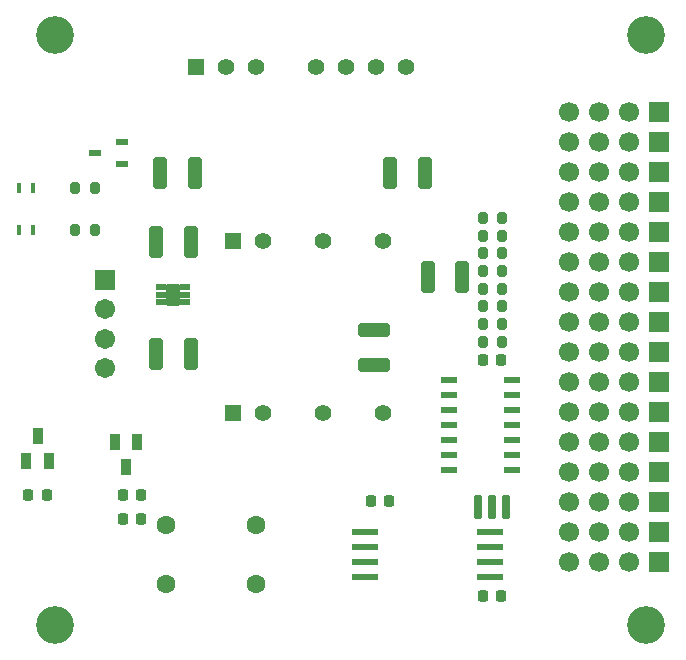
<source format=gts>
%TF.GenerationSoftware,KiCad,Pcbnew,9.0.4*%
%TF.CreationDate,2025-11-06T05:11:40+09:00*%
%TF.ProjectId,CAN_Isolation_mini,43414e5f-4973-46f6-9c61-74696f6e5f6d,Ver.1.1*%
%TF.SameCoordinates,Original*%
%TF.FileFunction,Soldermask,Top*%
%TF.FilePolarity,Negative*%
%FSLAX46Y46*%
G04 Gerber Fmt 4.6, Leading zero omitted, Abs format (unit mm)*
G04 Created by KiCad (PCBNEW 9.0.4) date 2025-11-06 05:11:40*
%MOMM*%
%LPD*%
G01*
G04 APERTURE LIST*
G04 Aperture macros list*
%AMRoundRect*
0 Rectangle with rounded corners*
0 $1 Rounding radius*
0 $2 $3 $4 $5 $6 $7 $8 $9 X,Y pos of 4 corners*
0 Add a 4 corners polygon primitive as box body*
4,1,4,$2,$3,$4,$5,$6,$7,$8,$9,$2,$3,0*
0 Add four circle primitives for the rounded corners*
1,1,$1+$1,$2,$3*
1,1,$1+$1,$4,$5*
1,1,$1+$1,$6,$7*
1,1,$1+$1,$8,$9*
0 Add four rect primitives between the rounded corners*
20,1,$1+$1,$2,$3,$4,$5,0*
20,1,$1+$1,$4,$5,$6,$7,0*
20,1,$1+$1,$6,$7,$8,$9,0*
20,1,$1+$1,$8,$9,$2,$3,0*%
G04 Aperture macros list end*
%ADD10RoundRect,0.225000X-0.225000X-0.250000X0.225000X-0.250000X0.225000X0.250000X-0.225000X0.250000X0*%
%ADD11RoundRect,0.200000X-0.200000X-0.275000X0.200000X-0.275000X0.200000X0.275000X-0.200000X0.275000X0*%
%ADD12C,3.200000*%
%ADD13R,2.253927X0.622132*%
%ADD14R,1.700000X1.700000*%
%ADD15C,1.700000*%
%ADD16RoundRect,0.102000X-0.754000X0.754000X-0.754000X-0.754000X0.754000X-0.754000X0.754000X0.754000X0*%
%ADD17C,1.712000*%
%ADD18RoundRect,0.102000X0.345000X0.160000X-0.345000X0.160000X-0.345000X-0.160000X0.345000X-0.160000X0*%
%ADD19RoundRect,0.102000X0.500000X0.800000X-0.500000X0.800000X-0.500000X-0.800000X0.500000X-0.800000X0*%
%ADD20RoundRect,0.250000X-0.325000X-1.100000X0.325000X-1.100000X0.325000X1.100000X-0.325000X1.100000X0*%
%ADD21C,1.600000*%
%ADD22R,1.016000X0.558800*%
%ADD23RoundRect,0.100500X0.301500X-0.616500X0.301500X0.616500X-0.301500X0.616500X-0.301500X-0.616500X0*%
%ADD24R,0.393700X0.812800*%
%ADD25R,1.397000X1.397000*%
%ADD26C,1.397000*%
%ADD27R,1.397000X0.558800*%
%ADD28RoundRect,0.225000X0.225000X0.250000X-0.225000X0.250000X-0.225000X-0.250000X0.225000X-0.250000X0*%
%ADD29RoundRect,0.250000X0.325000X1.100000X-0.325000X1.100000X-0.325000X-1.100000X0.325000X-1.100000X0*%
%ADD30RoundRect,0.102000X0.200000X0.950000X-0.200000X0.950000X-0.200000X-0.950000X0.200000X-0.950000X0*%
%ADD31RoundRect,0.250000X-1.100000X0.325000X-1.100000X-0.325000X1.100000X-0.325000X1.100000X0.325000X0*%
%ADD32RoundRect,0.100500X-0.301500X0.616500X-0.301500X-0.616500X0.301500X-0.616500X0.301500X0.616500X0*%
G04 APERTURE END LIST*
D10*
%TO.C,C7*%
X129882095Y-100294905D03*
X131432095Y-100294905D03*
%TD*%
D11*
%TO.C,R9*%
X95332095Y-89294905D03*
X96982095Y-89294905D03*
%TD*%
D12*
%TO.C,REF\u002A\u002A*%
X143657095Y-72794905D03*
%TD*%
D13*
%TO.C,U2*%
X130457618Y-118699905D03*
X130457618Y-117429905D03*
X130457618Y-116159905D03*
X130457618Y-114889905D03*
X119856572Y-114889905D03*
X119856572Y-116159905D03*
X119856572Y-117429905D03*
X119856572Y-118699905D03*
%TD*%
D14*
%TO.C,J6*%
X144810000Y-89500000D03*
D15*
X142270000Y-89500000D03*
X139730000Y-89500000D03*
X137190000Y-89500000D03*
%TD*%
D12*
%TO.C,REF\u002A\u002A*%
X93657095Y-122794905D03*
%TD*%
D14*
%TO.C,J3*%
X144810000Y-81880000D03*
D15*
X142270000Y-81880000D03*
X139730000Y-81880000D03*
X137190000Y-81880000D03*
%TD*%
D16*
%TO.C,J1*%
X97857095Y-93544905D03*
D17*
X97857095Y-96044905D03*
X97857095Y-98544905D03*
X97857095Y-101044905D03*
%TD*%
D10*
%TO.C,C10*%
X91382095Y-111794905D03*
X92932095Y-111794905D03*
%TD*%
D14*
%TO.C,J8*%
X144810000Y-94580000D03*
D15*
X142270000Y-94580000D03*
X139730000Y-94580000D03*
X137190000Y-94580000D03*
%TD*%
D14*
%TO.C,J11*%
X144810000Y-102200000D03*
D15*
X142270000Y-102200000D03*
X139730000Y-102200000D03*
X137190000Y-102200000D03*
%TD*%
D14*
%TO.C,J17*%
X144810000Y-117440000D03*
D15*
X142270000Y-117440000D03*
X139730000Y-117440000D03*
X137190000Y-117440000D03*
%TD*%
D18*
%TO.C,U5*%
X104677095Y-95444905D03*
X104677095Y-94794905D03*
X104677095Y-94144905D03*
X102637095Y-94144905D03*
X102637095Y-94794905D03*
X102637095Y-95444905D03*
D19*
X103657095Y-94794905D03*
%TD*%
D14*
%TO.C,J15*%
X144810000Y-112360000D03*
D15*
X142270000Y-112360000D03*
X139730000Y-112360000D03*
X137190000Y-112360000D03*
%TD*%
D14*
%TO.C,J13*%
X144810000Y-107280000D03*
D15*
X142270000Y-107280000D03*
X139730000Y-107280000D03*
X137190000Y-107280000D03*
%TD*%
D20*
%TO.C,C2*%
X102182095Y-99794905D03*
X105132095Y-99794905D03*
%TD*%
D21*
%TO.C,R12*%
X103037095Y-114294905D03*
X110657095Y-114294905D03*
%TD*%
D10*
%TO.C,C5*%
X129882095Y-120294905D03*
X131432095Y-120294905D03*
%TD*%
D22*
%TO.C,U6*%
X99300095Y-83744906D03*
X99300095Y-81844904D03*
X97014095Y-82794905D03*
%TD*%
D14*
%TO.C,J16*%
X144810000Y-114900000D03*
D15*
X142270000Y-114900000D03*
X139730000Y-114900000D03*
X137190000Y-114900000D03*
%TD*%
D14*
%TO.C,J7*%
X144810000Y-92040000D03*
D15*
X142270000Y-92040000D03*
X139730000Y-92040000D03*
X137190000Y-92040000D03*
%TD*%
D10*
%TO.C,C11*%
X99382095Y-111794905D03*
X100932095Y-111794905D03*
%TD*%
D23*
%TO.C,D1*%
X91207095Y-108854905D03*
X93107095Y-108854905D03*
X92157095Y-106734905D03*
%TD*%
D24*
%TO.C,LED2*%
X91760345Y-85794905D03*
X90553845Y-85794905D03*
%TD*%
D14*
%TO.C,J10*%
X144810000Y-99660000D03*
D15*
X142270000Y-99660000D03*
X139730000Y-99660000D03*
X137190000Y-99660000D03*
%TD*%
D12*
%TO.C,REF\u002A\u002A*%
X143657095Y-122794905D03*
%TD*%
D20*
%TO.C,C8*%
X102525000Y-84500000D03*
X105475000Y-84500000D03*
%TD*%
D25*
%TO.C,U3*%
X108680095Y-90270905D03*
D26*
X111220095Y-90270905D03*
X116300095Y-90270905D03*
X121380095Y-90270905D03*
%TD*%
D25*
%TO.C,U4*%
X108680095Y-104770905D03*
D26*
X111220095Y-104770905D03*
X116300095Y-104770905D03*
X121380095Y-104770905D03*
%TD*%
D14*
%TO.C,J9*%
X144810000Y-97120000D03*
D15*
X142270000Y-97120000D03*
X139730000Y-97120000D03*
X137190000Y-97120000D03*
%TD*%
D11*
%TO.C,R5*%
X129832095Y-92794905D03*
X131482095Y-92794905D03*
%TD*%
%TO.C,R3*%
X129832095Y-95794905D03*
X131482095Y-95794905D03*
%TD*%
D27*
%TO.C,U1*%
X127002795Y-101984905D03*
X127002795Y-103254905D03*
X127002795Y-104524905D03*
X127002795Y-105794905D03*
X127002795Y-107064905D03*
X127002795Y-108334905D03*
X127002795Y-109604905D03*
X132311395Y-109604905D03*
X132311395Y-108334905D03*
X132311395Y-107064905D03*
X132311395Y-105794905D03*
X132311395Y-104524905D03*
X132311395Y-103254905D03*
X132311395Y-101984905D03*
%TD*%
D24*
%TO.C,LED1*%
X91760345Y-89294905D03*
X90553845Y-89294905D03*
%TD*%
D25*
%TO.C,U7*%
X105610000Y-75500000D03*
D26*
X108150000Y-75500000D03*
X110690000Y-75500000D03*
X115770000Y-75500000D03*
X118310000Y-75500000D03*
X120850000Y-75500000D03*
X123390000Y-75500000D03*
%TD*%
D11*
%TO.C,R2*%
X129832095Y-97294905D03*
X131482095Y-97294905D03*
%TD*%
D20*
%TO.C,C1*%
X102182095Y-90294905D03*
X105132095Y-90294905D03*
%TD*%
D28*
%TO.C,C6*%
X121932095Y-112294905D03*
X120382095Y-112294905D03*
%TD*%
%TO.C,C12*%
X100932095Y-113794905D03*
X99382095Y-113794905D03*
%TD*%
D21*
%TO.C,R11*%
X110657095Y-119294905D03*
X103037095Y-119294905D03*
%TD*%
D29*
%TO.C,C3*%
X128132095Y-93294905D03*
X125182095Y-93294905D03*
%TD*%
D12*
%TO.C,REF\u002A\u002A*%
X93657095Y-72794905D03*
%TD*%
D14*
%TO.C,J2*%
X144810000Y-79340000D03*
D15*
X142270000Y-79340000D03*
X139730000Y-79340000D03*
X137190000Y-79340000D03*
%TD*%
D14*
%TO.C,J5*%
X144810000Y-86960000D03*
D15*
X142270000Y-86960000D03*
X139730000Y-86960000D03*
X137190000Y-86960000D03*
%TD*%
D30*
%TO.C,Y1*%
X131857095Y-112794905D03*
X130657095Y-112794905D03*
X129457095Y-112794905D03*
%TD*%
D31*
%TO.C,C4*%
X120657095Y-97819905D03*
X120657095Y-100769905D03*
%TD*%
D29*
%TO.C,C9*%
X124975000Y-84500000D03*
X122025000Y-84500000D03*
%TD*%
D32*
%TO.C,D2*%
X100607095Y-107234905D03*
X98707095Y-107234905D03*
X99657095Y-109354905D03*
%TD*%
D14*
%TO.C,J14*%
X144810000Y-109820000D03*
D15*
X142270000Y-109820000D03*
X139730000Y-109820000D03*
X137190000Y-109820000D03*
%TD*%
D14*
%TO.C,J4*%
X144810000Y-84420000D03*
D15*
X142270000Y-84420000D03*
X139730000Y-84420000D03*
X137190000Y-84420000D03*
%TD*%
D14*
%TO.C,J12*%
X144810000Y-104740000D03*
D15*
X142270000Y-104740000D03*
X139730000Y-104740000D03*
X137190000Y-104740000D03*
%TD*%
D11*
%TO.C,R10*%
X95332095Y-85794905D03*
X96982095Y-85794905D03*
%TD*%
%TO.C,R6*%
X129832095Y-91294905D03*
X131482095Y-91294905D03*
%TD*%
%TO.C,R1*%
X129832095Y-98794905D03*
X131482095Y-98794905D03*
%TD*%
%TO.C,R7*%
X129832095Y-88294905D03*
X131482095Y-88294905D03*
%TD*%
%TO.C,R8*%
X129832095Y-89794905D03*
X131482095Y-89794905D03*
%TD*%
%TO.C,R4*%
X129832095Y-94294905D03*
X131482095Y-94294905D03*
%TD*%
M02*

</source>
